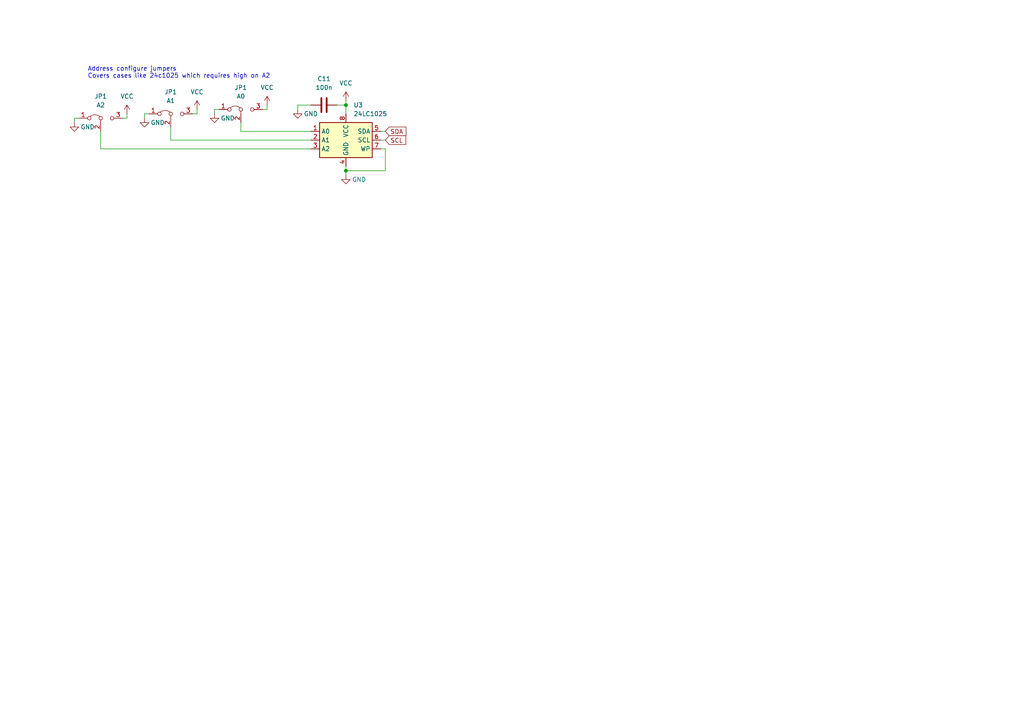
<source format=kicad_sch>
(kicad_sch (version 20230121) (generator eeschema)
  (paper "A4")
  (lib_symbols
    (symbol "Device:C" (pin_numbers hide) (pin_names (offset 0.254))
      (property "Reference" "C" (at 0.635 2.54 0))
      (property "Value" "C" (at 0.635 -2.54 0))
      (symbol "C_0_1"
        (polyline (pts (xy -2.032 -0.762) (xy 2.032 -0.762)) (stroke (width 0.508)))
        (polyline (pts (xy -2.032 0.762) (xy 2.032 0.762)) (stroke (width 0.508)))
      )
      (symbol "C_1_1"
        (pin passive line (at 0 3.81 270) (length 2.794) (name "~") (number "1"))
        (pin passive line (at 0 -3.81 90) (length 2.794) (name "~") (number "2"))
      )
    )
    (symbol "Jumper:Jumper_3_Bridged12" (pin_names (offset 0) hide)
      (property "Reference" "JP" (at -2.54 -2.54 0))
      (property "Value" "Jumper_3_Bridged12" (at 0 2.794 0))
      (symbol "Jumper_3_Bridged12_0_0"
        (circle (center -3.302 0) (radius 0.508))
        (circle (center 0 0) (radius 0.508))
        (circle (center 3.302 0) (radius 0.508))
      )
      (symbol "Jumper_3_Bridged12_0_1"
        (arc (start -0.254 0.508) (mid -1.651 0.9912) (end -3.048 0.508))
        (polyline (pts (xy 0 -1.27) (xy 0 -0.508)))
      )
      (symbol "Jumper_3_Bridged12_1_1"
        (pin passive line (at -6.35 0 0) (length 2.54) (name "A") (number "1"))
        (pin passive line (at 0 -3.81 90) (length 2.54) (name "C") (number "2"))
        (pin passive line (at 6.35 0 180) (length 2.54) (name "B") (number "3"))
      )
    )
    (symbol "Memory_EEPROM:24LC1025"
      (property "Reference" "U" (at -6.35 6.35 0))
      (property "Value" "24LC1025" (at 1.27 6.35 0))
      (symbol "24LC1025_1_1"
        (rectangle (start -7.62 5.08) (end 7.62 -5.08) (stroke (width 0.254)) (fill (type background)))
        (pin input line (at -10.16 2.54 0) (length 2.54) (name "A0") (number "1"))
        (pin input line (at -10.16 0 0) (length 2.54) (name "A1") (number "2"))
        (pin input line (at -10.16 -2.54 0) (length 2.54) (name "A2") (number "3"))
        (pin power_in line (at 0 -7.62 90) (length 2.54) (name "GND") (number "4"))
        (pin bidirectional line (at 10.16 2.54 180) (length 2.54) (name "SDA") (number "5"))
        (pin input line (at 10.16 0 180) (length 2.54) (name "SCL") (number "6"))
        (pin input line (at 10.16 -2.54 180) (length 2.54) (name "WP") (number "7"))
        (pin power_in line (at 0 7.62 270) (length 2.54) (name "VCC") (number "8"))
      )
    )
    (symbol "power:GND" (power) (pin_names (offset 0))
      (property "Value" "GND" (at 0 -3.81 0))
      (symbol "GND_0_1"
        (polyline (pts (xy 0 0) (xy 0 -1.27) (xy 1.27 -1.27) (xy 0 -2.54) (xy -1.27 -1.27) (xy 0 -1.27)))
      )
      (symbol "GND_1_1"
        (pin power_in line (at 0 0 270) (length 0) hide (name "GND") (number "1"))
      )
    )
    (symbol "power:VCC" (power) (pin_names (offset 0))
      (property "Value" "VCC" (at 0 3.81 0))
      (symbol "VCC_0_1"
        (polyline (pts (xy -0.762 1.27) (xy 0 2.54)))
        (polyline (pts (xy 0 0) (xy 0 2.54)))
        (polyline (pts (xy 0 2.54) (xy 0.762 1.27)))
      )
      (symbol "VCC_1_1"
        (pin power_in line (at 0 0 90) (length 0) hide (name "VCC") (number "1"))
      )
    )
  )
  (junction (at 100.33 49.53))
  (junction (at 100.33 30.48))
  (wire (pts (xy 110.49 38.1) (xy 111.76 38.1)))
  (wire (pts (xy 35.56 34.29) (xy 36.83 34.29)))
  (wire (pts (xy 62.23 33.02) (xy 62.23 31.75)))
  (wire (pts (xy 29.21 38.1) (xy 29.21 43.18)))
  (wire (pts (xy 76.2 31.75) (xy 77.47 31.75)))
  (wire (pts (xy 62.23 31.75) (xy 63.5 31.75)))
  (wire (pts (xy 100.33 49.53) (xy 100.33 50.8)))
  (wire (pts (xy 110.49 40.64) (xy 111.76 40.64)))
  (wire (pts (xy 41.91 34.29) (xy 41.91 33.02)))
  (wire (pts (xy 49.53 40.64) (xy 90.17 40.64)))
  (wire (pts (xy 55.88 33.02) (xy 57.15 33.02)))
  (wire (pts (xy 111.76 49.53) (xy 111.76 43.18)))
  (wire (pts (xy 86.36 31.75) (xy 86.36 30.48)))
  (wire (pts (xy 57.15 33.02) (xy 57.15 31.75)))
  (wire (pts (xy 97.79 30.48) (xy 100.33 30.48)))
  (wire (pts (xy 86.36 30.48) (xy 90.17 30.48)))
  (wire (pts (xy 36.83 34.29) (xy 36.83 33.02)))
  (wire (pts (xy 21.59 35.56) (xy 21.59 34.29)))
  (wire (pts (xy 77.47 31.75) (xy 77.47 30.48)))
  (wire (pts (xy 29.21 43.18) (xy 90.17 43.18)))
  (wire (pts (xy 49.53 36.83) (xy 49.53 40.64)))
  (wire (pts (xy 100.33 48.26) (xy 100.33 49.53)))
  (wire (pts (xy 111.76 43.18) (xy 110.49 43.18)))
  (wire (pts (xy 21.59 34.29) (xy 22.86 34.29)))
  (wire (pts (xy 69.85 38.1) (xy 90.17 38.1)))
  (wire (pts (xy 100.33 30.48) (xy 100.33 33.02)))
  (wire (pts (xy 100.33 49.53) (xy 111.76 49.53)))
  (wire (pts (xy 41.91 33.02) (xy 43.18 33.02)))
  (wire (pts (xy 100.33 29.21) (xy 100.33 30.48)))
  (wire (pts (xy 69.85 38.1) (xy 69.85 35.56)))
  (text "Address configure jumpers\nCovers cases like 24c1025 which requires high on A2" (at 25.4 22.86 0) (effects (font (size 1.27 1.27)) (justify left bottom)))
  (global_label "SDA" (shape input) (at 111.76 38.1 0) (property "Intersheetrefs" "${INTERSHEET_REFS}" (effects hide)))
  (global_label "SCL" (shape input) (at 111.76 40.64 0) (property "Intersheetrefs" "${INTERSHEET_REFS}" (effects hide)))
  (symbol (lib_id "Jumper:Jumper_3_Bridged12") (at 49.53 33.02 0) (unit 1)
    (property "Reference" "JP1" (at 49.53 26.67 0))
    (property "Value" "A1" (at 49.53 29.21 0))
    (property "Footprint" "Connector_PinHeader_2.54mm:PinHeader_1x03_P2.54mm_Vertical" (effects hide))
    (instances (project "electric-chair" (path "" (reference "JP1") (unit 1)) (path "" (reference "JP2") (unit 1))))
  )
  (symbol (lib_id "power:VCC") (at 36.83 33.02 0) (unit 1)
    (property "Reference" "#PWR041" (effects hide))
    (property "Value" "VCC" (at 36.83 27.94 0))
    (instances (project "electric-chair" (path "" (reference "#PWR041") (unit 1)) (path "" (reference "#PWR049") (unit 1))))
  )
  (symbol (lib_id "Jumper:Jumper_3_Bridged12") (at 69.85 31.75 0) (unit 1)
    (property "Reference" "JP1" (at 69.85 25.4 0))
    (property "Value" "A0" (at 69.85 27.94 0))
    (property "Footprint" "Connector_PinHeader_2.54mm:PinHeader_1x03_P2.54mm_Vertical" (effects hide))
  )
  (symbol (lib_id "power:VCC") (at 57.15 31.75 0) (unit 1)
    (property "Reference" "#PWR041" (effects hide))
    (property "Value" "VCC" (at 57.15 26.67 0))
    (instances (project "electric-chair" (path "" (reference "#PWR041") (unit 1)) (path "" (reference "#PWR047") (unit 1))))
  )
  (symbol (lib_id "power:GND") (at 62.23 33.02 0) (unit 1)
    (property "Reference" "#PWR018" (effects hide))
    (property "Value" "GND" (at 66.04 34.29 0))
    (instances (project "electric-chair" (path "" (reference "#PWR018") (unit 1)) (path "" (reference "#PWR044") (unit 1))))
  )
  (symbol (lib_id "Jumper:Jumper_3_Bridged12") (at 29.21 34.29 0) (unit 1)
    (property "Reference" "JP1" (at 29.21 27.94 0))
    (property "Value" "A2" (at 29.21 30.48 0))
    (property "Footprint" "Connector_PinHeader_2.54mm:PinHeader_1x03_P2.54mm_Vertical" (effects hide))
    (instances (project "electric-chair" (path "" (reference "JP1") (unit 1)) (path "" (reference "JP3") (unit 1))))
  )
  (symbol (lib_id "power:GND") (at 41.91 34.29 0) (unit 1)
    (property "Reference" "#PWR018" (effects hide))
    (property "Value" "GND" (at 45.72 35.56 0))
    (instances (project "electric-chair" (path "" (reference "#PWR018") (unit 1)) (path "" (reference "#PWR046") (unit 1))))
  )
  (symbol (lib_id "power:GND") (at 100.33 50.8 0) (unit 1)
    (property "Reference" "#PWR042" (effects hide))
    (property "Value" "GND" (at 104.14 52.07 0))
  )
  (symbol (lib_id "power:VCC") (at 100.33 29.21 0) (unit 1)
    (property "Reference" "#PWR041" (effects hide))
    (property "Value" "VCC" (at 100.33 24.13 0))
  )
  (symbol (lib_id "power:GND") (at 21.59 35.56 0) (unit 1)
    (property "Reference" "#PWR018" (effects hide))
    (property "Value" "GND" (at 25.4 36.83 0))
    (instances (project "electric-chair" (path "" (reference "#PWR018") (unit 1)) (path "" (reference "#PWR048") (unit 1))))
  )
  (symbol (lib_id "Memory_EEPROM:24LC1025") (at 100.33 40.64 0) (unit 1)
    (property "Reference" "U3" (at 102.5241 30.48 0) (effects (justify left)))
    (property "Value" "24LC1025" (at 102.5241 33.02 0) (effects (justify left)))
    (property "Footprint" "Package_DIP:DIP-8_W7.62mm_Socket" (effects hide))
    (property "Datasheet" "http://ww1.microchip.com/downloads/en/DeviceDoc/21941B.pdf" (effects hide))
  )
  (symbol (lib_id "Device:C") (at 93.98 30.48 270) (unit 1)
    (property "Reference" "C11" (at 93.98 22.86 90))
    (property "Value" "100n" (at 93.98 25.4 90))
    (property "Footprint" "Capacitor_SMD:C_1206_3216Metric_Pad1.33x1.80mm_HandSolder" (effects hide))
  )
  (symbol (lib_id "power:GND") (at 86.36 31.75 0) (unit 1)
    (property "Reference" "#PWR018" (effects hide))
    (property "Value" "GND" (at 90.17 33.02 0))
  )
  (symbol (lib_id "power:VCC") (at 77.47 30.48 0) (unit 1)
    (property "Reference" "#PWR041" (effects hide))
    (property "Value" "VCC" (at 77.47 25.4 0))
    (instances (project "electric-chair" (path "" (reference "#PWR041") (unit 1)) (path "" (reference "#PWR045") (unit 1))))
  )
)
</source>
